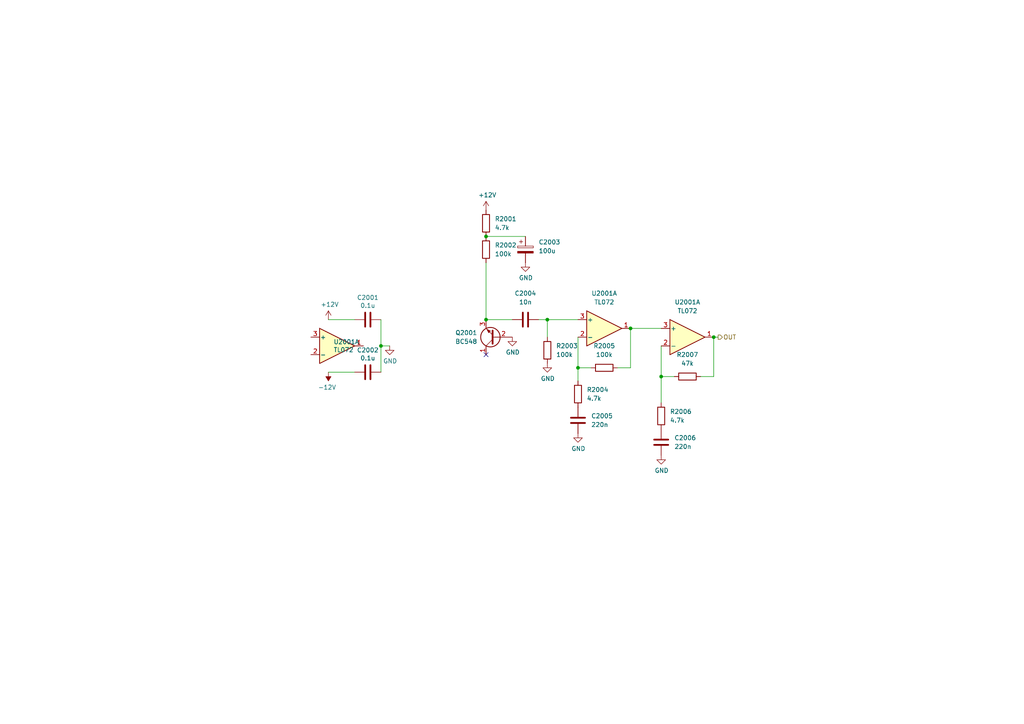
<source format=kicad_sch>
(kicad_sch (version 20211123) (generator eeschema)
  (paper "A4")
  (lib_symbols
    (symbol "Amplifier_Operational:TL072" (pin_names (offset 0.127))
      (property "Reference" "U" (at 0 5.08 0))
      (property "Value" "TL072" (at 0 -5.08 0))
      (symbol "TL072_1_1"
        (polyline (pts (xy -5.08 5.08) (xy 5.08 0) (xy -5.08 -5.08) (xy -5.08 5.08)) (stroke (width 0.254)) (fill (type background)))
        (pin output line (at 7.62 0 180) (length 2.54) (name "~") (number "1"))
        (pin input line (at -7.62 -2.54 0) (length 2.54) (name "-") (number "2"))
        (pin input line (at -7.62 2.54 0) (length 2.54) (name "+") (number "3"))
      )
      (symbol "TL072_2_1"
        (polyline (pts (xy -5.08 5.08) (xy 5.08 0) (xy -5.08 -5.08) (xy -5.08 5.08)) (stroke (width 0.254)) (fill (type background)))
        (pin input line (at -7.62 2.54 0) (length 2.54) (name "+") (number "5"))
        (pin input line (at -7.62 -2.54 0) (length 2.54) (name "-") (number "6"))
        (pin output line (at 7.62 0 180) (length 2.54) (name "~") (number "7"))
      )
      (symbol "TL072_3_1"
        (pin power_in line (at -2.54 -7.62 90) (length 3.81) (name "V-") (number "4"))
        (pin power_in line (at -2.54 7.62 270) (length 3.81) (name "V+") (number "8"))
      )
    )
    (symbol "Device:C" (pin_numbers hide) (pin_names (offset 0.254))
      (property "Reference" "C" (at 0.635 2.54 0))
      (property "Value" "C" (at 0.635 -2.54 0))
      (symbol "C_0_1"
        (polyline (pts (xy -2.032 -0.762) (xy 2.032 -0.762)) (stroke (width 0.508)))
        (polyline (pts (xy -2.032 0.762) (xy 2.032 0.762)) (stroke (width 0.508)))
      )
      (symbol "C_1_1"
        (pin passive line (at 0 3.81 270) (length 2.794) (name "~") (number "1"))
        (pin passive line (at 0 -3.81 90) (length 2.794) (name "~") (number "2"))
      )
    )
    (symbol "Device:C_Polarized" (pin_numbers hide) (pin_names (offset 0.254))
      (property "Reference" "C" (at 0.635 2.54 0))
      (property "Value" "C_Polarized" (at 0.635 -2.54 0))
      (symbol "C_Polarized_0_1"
        (rectangle (start -2.286 0.508) (end 2.286 1.016))
        (polyline (pts (xy -1.778 2.286) (xy -0.762 2.286)))
        (polyline (pts (xy -1.27 2.794) (xy -1.27 1.778)))
        (rectangle (start 2.286 -0.508) (end -2.286 -1.016) (fill (type outline)))
      )
      (symbol "C_Polarized_1_1"
        (pin passive line (at 0 3.81 270) (length 2.794) (name "~") (number "1"))
        (pin passive line (at 0 -3.81 90) (length 2.794) (name "~") (number "2"))
      )
    )
    (symbol "Device:R" (pin_numbers hide) (pin_names (offset 0))
      (property "Reference" "R" (at 2.032 0 90))
      (property "Value" "R" (at 0 0 90))
      (symbol "R_0_1"
        (rectangle (start -1.016 -2.54) (end 1.016 2.54) (stroke (width 0.254)))
      )
      (symbol "R_1_1"
        (pin passive line (at 0 3.81 270) (length 1.27) (name "~") (number "1"))
        (pin passive line (at 0 -3.81 90) (length 1.27) (name "~") (number "2"))
      )
    )
    (symbol "Transistor_BJT:BC548" (pin_names (offset 0) hide)
      (property "Reference" "Q" (at 5.08 1.905 0))
      (property "Value" "BC548" (at 5.08 0 0))
      (symbol "BC548_0_1"
        (polyline (pts (xy 0 0) (xy 0.635 0)))
        (polyline (pts (xy 0.635 0.635) (xy 2.54 2.54)))
        (polyline (pts (xy 0.635 -0.635) (xy 2.54 -2.54) (xy 2.54 -2.54)))
        (polyline (pts (xy 0.635 1.905) (xy 0.635 -1.905) (xy 0.635 -1.905)) (stroke (width 0.508)))
        (polyline (pts (xy 1.27 -1.778) (xy 1.778 -1.27) (xy 2.286 -2.286) (xy 1.27 -1.778) (xy 1.27 -1.778)) (fill (type outline)))
        (circle (center 1.27 0) (radius 2.8194) (stroke (width 0.254)))
      )
      (symbol "BC548_1_1"
        (pin passive line (at 2.54 5.08 270) (length 2.54) (name "C") (number "1"))
        (pin input line (at -5.08 0 0) (length 5.08) (name "B") (number "2"))
        (pin passive line (at 2.54 -5.08 90) (length 2.54) (name "E") (number "3"))
      )
    )
    (symbol "power:+12V" (power) (pin_names (offset 0))
      (property "Value" "+12V" (at 0 3.556 0))
      (symbol "+12V_0_1"
        (polyline (pts (xy -0.762 1.27) (xy 0 2.54)))
        (polyline (pts (xy 0 0) (xy 0 2.54)))
        (polyline (pts (xy 0 2.54) (xy 0.762 1.27)))
      )
      (symbol "+12V_1_1"
        (pin power_in line (at 0 0 90) (length 0) hide (name "+12V") (number "1"))
      )
    )
    (symbol "power:-12V" (power) (pin_names (offset 0))
      (property "Value" "-12V" (at 0 3.81 0))
      (symbol "-12V_0_0"
        (pin power_in line (at 0 0 90) (length 0) hide (name "-12V") (number "1"))
      )
      (symbol "-12V_0_1"
        (polyline (pts (xy 0 0) (xy 0 1.27) (xy 0.762 1.27) (xy 0 2.54) (xy -0.762 1.27) (xy 0 1.27)) (fill (type outline)))
      )
    )
    (symbol "power:GND" (power) (pin_names (offset 0))
      (property "Value" "GND" (at 0 -3.81 0))
      (symbol "GND_0_1"
        (polyline (pts (xy 0 0) (xy 0 -1.27) (xy 1.27 -1.27) (xy 0 -2.54) (xy -1.27 -1.27) (xy 0 -1.27)))
      )
      (symbol "GND_1_1"
        (pin power_in line (at 0 0 270) (length 0) hide (name "GND") (number "1"))
      )
    )
  )
  (junction (at 167.64 106.68))
  (junction (at 158.75 92.71))
  (junction (at 140.97 68.58))
  (junction (at 182.88 95.25))
  (junction (at 207.01 97.79))
  (junction (at 140.97 92.71))
  (junction (at 110.49 100.33))
  (junction (at 191.77 109.22))
  (no_connect (at 140.97 102.87))
  (wire (pts (xy 167.64 106.68) (xy 167.64 110.49)))
  (wire (pts (xy 158.75 92.71) (xy 167.64 92.71)))
  (wire (pts (xy 191.77 100.33) (xy 191.77 109.22)))
  (wire (pts (xy 95.25 107.95) (xy 102.87 107.95)))
  (wire (pts (xy 140.97 68.58) (xy 152.4 68.58)))
  (wire (pts (xy 182.88 106.68) (xy 182.88 95.25)))
  (wire (pts (xy 191.77 109.22) (xy 195.58 109.22)))
  (wire (pts (xy 110.49 92.71) (xy 110.49 100.33)))
  (wire (pts (xy 158.75 92.71) (xy 158.75 97.79)))
  (wire (pts (xy 156.21 92.71) (xy 158.75 92.71)))
  (wire (pts (xy 203.2 109.22) (xy 207.01 109.22)))
  (wire (pts (xy 207.01 97.79) (xy 208.28 97.79)))
  (wire (pts (xy 207.01 109.22) (xy 207.01 97.79)))
  (wire (pts (xy 140.97 92.71) (xy 148.59 92.71)))
  (wire (pts (xy 102.87 92.71) (xy 95.25 92.71)))
  (wire (pts (xy 110.49 100.33) (xy 110.49 107.95)))
  (wire (pts (xy 110.49 100.33) (xy 113.03 100.33)))
  (wire (pts (xy 182.88 95.25) (xy 191.77 95.25)))
  (wire (pts (xy 167.64 97.79) (xy 167.64 106.68)))
  (wire (pts (xy 167.64 106.68) (xy 171.45 106.68)))
  (wire (pts (xy 140.97 76.2) (xy 140.97 92.71)))
  (wire (pts (xy 191.77 109.22) (xy 191.77 116.84)))
  (wire (pts (xy 179.07 106.68) (xy 182.88 106.68)))
  (hierarchical_label "OUT" (shape output) (at 208.28 97.79 0))
  (symbol (lib_id "power:GND") (at 191.77 132.08 0)
    (property "Reference" "#PWR02009" (effects hide))
    (property "Value" "GND" (at 191.897 136.4742 0))
  )
  (symbol (lib_id "Device:C") (at 191.77 128.27 180)
    (property "Reference" "C2006" (at 195.58 126.9999 0) (effects (justify right)))
    (property "Value" "220n" (at 195.58 129.5399 0) (effects (justify right)))
    (property "Footprint" "Capacitor_THT:C_Disc_D5.0mm_W2.5mm_P5.00mm" (effects hide))
  )
  (symbol (lib_id "Device:R") (at 140.97 72.39 0)
    (property "Reference" "R2002" (at 143.51 71.1199 0) (effects (justify left)))
    (property "Value" "100k" (at 143.51 73.6599 0) (effects (justify left)))
    (property "Footprint" "Resistor_THT:R_Axial_DIN0207_L6.3mm_D2.5mm_P7.62mm_Horizontal" (effects hide))
  )
  (symbol (lib_id "Device:R") (at 191.77 120.65 0)
    (property "Reference" "R2006" (at 194.31 119.3799 0) (effects (justify left)))
    (property "Value" "4.7k" (at 194.31 121.9199 0) (effects (justify left)))
    (property "Footprint" "Resistor_THT:R_Axial_DIN0207_L6.3mm_D2.5mm_P7.62mm_Horizontal" (effects hide))
  )
  (symbol (lib_id "power:GND") (at 158.75 105.41 0)
    (property "Reference" "#PWR02007" (effects hide))
    (property "Value" "GND" (at 158.877 109.8042 0))
  )
  (symbol (lib_id "power:GND") (at 148.59 97.79 0)
    (property "Reference" "#PWR02005" (effects hide))
    (property "Value" "GND" (at 148.717 102.1842 0))
  )
  (symbol (lib_id "Device:C") (at 167.64 121.92 180)
    (property "Reference" "C2005" (at 171.45 120.6499 0) (effects (justify right)))
    (property "Value" "220n" (at 171.45 123.1899 0) (effects (justify right)))
    (property "Footprint" "Capacitor_THT:C_Disc_D5.0mm_W2.5mm_P5.00mm" (effects hide))
  )
  (symbol (lib_id "power:GND") (at 167.64 125.73 0)
    (property "Reference" "#PWR02008" (effects hide))
    (property "Value" "GND" (at 167.767 130.1242 0))
  )
  (symbol (lib_id "Amplifier_Operational:TL072") (at 175.26 95.25 0)
    (property "Reference" "U2001" (at 175.26 85.09 0))
    (property "Value" "TL072" (at 175.26 87.63 0))
    (property "Footprint" "Package_DIP:DIP-8_W7.62mm_Socket" (effects hide))
    (property "Datasheet" "http://www.ti.com/lit/ds/symlink/tl071.pdf" (effects hide))
  )
  (symbol (lib_id "power:GND") (at 152.4 76.2 0)
    (property "Reference" "#PWR02006" (effects hide))
    (property "Value" "GND" (at 152.527 80.5942 0))
  )
  (symbol (lib_id "Transistor_BJT:BC548") (at 143.51 97.79 180)
    (property "Reference" "Q2001" (at 138.43 96.5199 0) (effects (justify left)))
    (property "Value" "BC548" (at 138.43 99.0599 0) (effects (justify left)))
    (property "Footprint" "Package_TO_SOT_THT:TO-92_HandSolder" (effects hide))
    (property "Datasheet" "https://www.onsemi.com/pub/Collateral/BC550-D.pdf" (effects hide))
  )
  (symbol (lib_id "Device:C") (at 152.4 92.71 90)
    (property "Reference" "C2004" (at 152.4 85.09 90))
    (property "Value" "10n" (at 152.4 87.63 90))
    (property "Footprint" "Capacitor_THT:C_Disc_D5.0mm_W2.5mm_P5.00mm" (effects hide))
  )
  (symbol (lib_id "Device:R") (at 158.75 101.6 0)
    (property "Reference" "R2003" (at 161.29 100.3299 0) (effects (justify left)))
    (property "Value" "100k" (at 161.29 102.8699 0) (effects (justify left)))
    (property "Footprint" "Resistor_THT:R_Axial_DIN0207_L6.3mm_D2.5mm_P7.62mm_Horizontal" (effects hide))
  )
  (symbol (lib_id "Device:C_Polarized") (at 152.4 72.39 0)
    (property "Reference" "C2003" (at 156.21 70.2309 0) (effects (justify left)))
    (property "Value" "100u" (at 156.21 72.7709 0) (effects (justify left)))
    (property "Footprint" "Capacitor_THT:CP_Radial_D5.0mm_P2.00mm" (effects hide))
  )
  (symbol (lib_id "Amplifier_Operational:TL072") (at 97.79 100.33 0)
    (property "Reference" "U2001" (at 96.7232 99.1616 0) (effects (justify left)))
    (property "Value" "TL072" (at 96.7232 101.473 0) (effects (justify left)))
    (property "Footprint" "Package_DIP:DIP-8_W7.62mm_Socket" (effects hide))
    (property "Datasheet" "http://www.ti.com/lit/ds/symlink/tl071.pdf" (effects hide))
  )
  (symbol (lib_id "Device:C") (at 106.68 92.71 90)
    (property "Reference" "C2001" (at 106.68 86.3092 90))
    (property "Value" "0.1u" (at 106.68 88.6206 90))
    (property "Footprint" "Capacitor_THT:C_Disc_D5.0mm_W2.5mm_P5.00mm" (effects hide))
  )
  (symbol (lib_id "Device:R") (at 175.26 106.68 90)
    (property "Reference" "R2005" (at 175.26 100.33 90))
    (property "Value" "100k" (at 175.26 102.87 90))
    (property "Footprint" "Resistor_THT:R_Axial_DIN0207_L6.3mm_D2.5mm_P7.62mm_Horizontal" (effects hide))
  )
  (symbol (lib_id "Device:C") (at 106.68 107.95 90)
    (property "Reference" "C2002" (at 106.68 101.5492 90))
    (property "Value" "0.1u" (at 106.68 103.8606 90))
    (property "Footprint" "Capacitor_THT:C_Disc_D5.0mm_W2.5mm_P5.00mm" (effects hide))
  )
  (symbol (lib_id "Amplifier_Operational:TL072") (at 199.39 97.79 0)
    (property "Reference" "U2001" (at 199.39 87.63 0))
    (property "Value" "TL072" (at 199.39 90.17 0))
    (property "Footprint" "Package_DIP:DIP-8_W7.62mm_Socket" (effects hide))
    (property "Datasheet" "http://www.ti.com/lit/ds/symlink/tl071.pdf" (effects hide))
  )
  (symbol (lib_id "power:-12V") (at 95.25 107.95 180)
    (property "Reference" "#PWR02002" (effects hide))
    (property "Value" "-12V" (at 94.869 112.3442 0))
  )
  (symbol (lib_id "Device:R") (at 167.64 114.3 0)
    (property "Reference" "R2004" (at 170.18 113.0299 0) (effects (justify left)))
    (property "Value" "4.7k" (at 170.18 115.5699 0) (effects (justify left)))
    (property "Footprint" "Resistor_THT:R_Axial_DIN0207_L6.3mm_D2.5mm_P7.62mm_Horizontal" (effects hide))
  )
  (symbol (lib_id "power:GND") (at 113.03 100.33 0)
    (property "Reference" "#PWR02003" (effects hide))
    (property "Value" "GND" (at 113.157 104.7242 0))
  )
  (symbol (lib_id "Device:R") (at 199.39 109.22 90)
    (property "Reference" "R2007" (at 199.39 102.87 90))
    (property "Value" "47k" (at 199.39 105.41 90))
    (property "Footprint" "Resistor_THT:R_Axial_DIN0207_L6.3mm_D2.5mm_P7.62mm_Horizontal" (effects hide))
  )
  (symbol (lib_id "power:+12V") (at 140.97 60.96 0)
    (property "Reference" "#PWR02004" (effects hide))
    (property "Value" "+12V" (at 141.351 56.5658 0))
  )
  (symbol (lib_id "power:+12V") (at 95.25 92.71 0)
    (property "Reference" "#PWR02001" (effects hide))
    (property "Value" "+12V" (at 95.631 88.3158 0))
  )
  (symbol (lib_id "Device:R") (at 140.97 64.77 0)
    (property "Reference" "R2001" (at 143.51 63.4999 0) (effects (justify left)))
    (property "Value" "4.7k" (at 143.51 66.0399 0) (effects (justify left)))
    (property "Footprint" "Resistor_THT:R_Axial_DIN0207_L6.3mm_D2.5mm_P7.62mm_Horizontal" (effects hide))
  )
)
</source>
